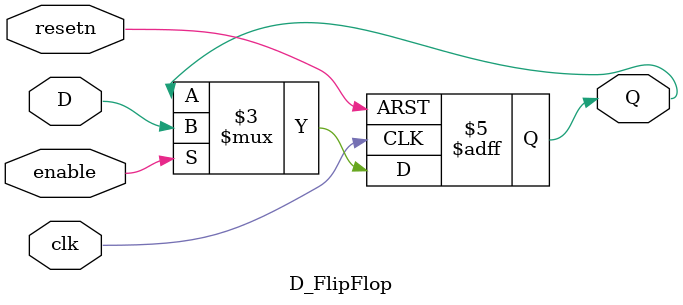
<source format=v>
module D_FlipFlop(
		  // - - - - - - - - - - - - - - - - - - - - - - - - - - - - - - - - - - - - - - - - - - - - - - - - - - - - - - - - - - - - - - - - - - - -
		  // CLOCK and RESET
		  // - - - - - - - - - - - - - - - - - - - - - - - - - - - - - - - - - - - - - - - - - - - - - - - - - - - - - - - - - - - - - - - - - - - -
		   input      clk,
		   input      resetn,

		  // - - - - - - - - - - - - - - - - - - - - - - - - - - - - - - - - - - - - - - - - - - - - - - - - - - - - - - - - - - - - - - - - - - - -
		  // ENABLE STORING
		  // - - - - - - - - - - - - - - - - - - - - - - - - - - - - - - - - - - - - - - - - - - - - - - - - - - - - - - - - - - - - - - - - - - - -
		   input      enable,

		  // - - - - - - - - - - - - - - - - - - - - - - - - - - - - - - - - - - - - - - - - - - - - - - - - - - - - - - - - - - - - - - - - - - - -
		  // INPUT
		  // - - - - - - - - - - - - - - - - - - - - - - - - - - - - - - - - - - - - - - - - - - - - - - - - - - - - - - - - - - - - - - - - - - - -
		   input      D,

		  // - - - - - - - - - - - - - - - - - - - - - - - - - - - - - - - - - - - - - - - - - - - - - - - - - - - - - - - - - - - - - - - - - - - -
		  // OUTPUT
		  // - - - - - - - - - - - - - - - - - - - - - - - - - - - - - - - - - - - - - - - - - - - - - - - - - - - - - - - - - - - - - - - - - - - -
		   output reg Q
		  );
   
   always@(posedge clk or negedge resetn) begin
      if(resetn == 0)
	Q <= 0;
      // - - - - - - - - - - - - - - - - - - - - - - - - - - - - - - - - - - - - - - - - - - - - - - - - - - - - - - - - - - - - - - - - - - - -
      // Change state only when allowed to. Otherwise, keep current state.
      // - - - - - - - - - - - - - - - - - - - - - - - - - - - - - - - - - - - - - - - - - - - - - - - - - - - - - - - - - - - - - - - - - - - -
      else if(enable)
	  Q <= D;
   end

endmodule // D_FlipFlop

</source>
